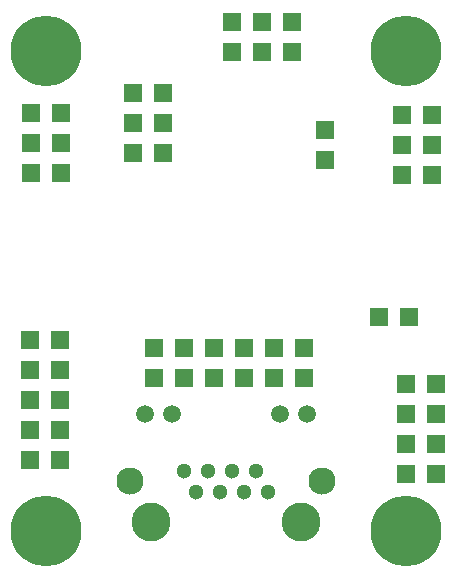
<source format=gbr>
G04 #@! TF.FileFunction,Soldermask,Top*
%FSLAX46Y46*%
G04 Gerber Fmt 4.6, Leading zero omitted, Abs format (unit mm)*
G04 Created by KiCad (PCBNEW 4.0.1-stable) date 16. 2. 2016 14:22:53*
%MOMM*%
G01*
G04 APERTURE LIST*
%ADD10C,0.300000*%
%ADD11C,3.300000*%
%ADD12C,2.300000*%
%ADD13C,1.300000*%
%ADD14C,1.500000*%
%ADD15R,1.524000X1.524000*%
%ADD16C,6.000000*%
G04 APERTURE END LIST*
D10*
D11*
X13970000Y5842000D03*
X26670000Y5842000D03*
D12*
X28450000Y9272000D03*
X12190000Y9272000D03*
D13*
X17780000Y8382000D03*
X19810000Y8382000D03*
X21840000Y8382000D03*
X23870000Y8382000D03*
X16760000Y10162000D03*
X18790000Y10162000D03*
X20820000Y10162000D03*
X22850000Y10162000D03*
D14*
X27180000Y14982000D03*
X24890000Y14982000D03*
X15750000Y14982000D03*
X13460000Y14982000D03*
D15*
X35560000Y17526000D03*
X38100000Y17526000D03*
X35560000Y14986000D03*
X38100000Y14986000D03*
X35560000Y12446000D03*
X38100000Y12446000D03*
X35560000Y9906000D03*
X38100000Y9906000D03*
X14224000Y18034000D03*
X14224000Y20574000D03*
X16764000Y18034000D03*
X16764000Y20574000D03*
X19304000Y18034000D03*
X19304000Y20574000D03*
X21844000Y18034000D03*
X21844000Y20574000D03*
X24384000Y18034000D03*
X24384000Y20574000D03*
X26924000Y18034000D03*
X26924000Y20574000D03*
X35179000Y40259000D03*
X37719000Y40259000D03*
X35179000Y37719000D03*
X37719000Y37719000D03*
X35179000Y35179000D03*
X37719000Y35179000D03*
X28702000Y38989000D03*
X28702000Y36449000D03*
X14986000Y37084000D03*
X14986000Y39624000D03*
X14986000Y42164000D03*
X20828000Y45593000D03*
X20828000Y48133000D03*
X23368000Y45593000D03*
X23368000Y48133000D03*
X25908000Y45593000D03*
X25908000Y48133000D03*
X3746500Y37909500D03*
X6286500Y37909500D03*
X6286500Y40449500D03*
X3746500Y40449500D03*
X6223000Y21209000D03*
X3683000Y21209000D03*
X6223000Y13589000D03*
X3683000Y13589000D03*
X6223000Y16129000D03*
X3683000Y16129000D03*
X6223000Y18669000D03*
X3683000Y18669000D03*
X6223000Y11049000D03*
X3683000Y11049000D03*
D16*
X5080000Y45720000D03*
X35560000Y5080000D03*
X5080000Y5080000D03*
X35560000Y45720000D03*
D15*
X12446000Y37084000D03*
X12446000Y39624000D03*
X12446000Y42164000D03*
X33210500Y23177500D03*
X35750500Y23177500D03*
X6286500Y35369500D03*
X3746500Y35369500D03*
M02*

</source>
